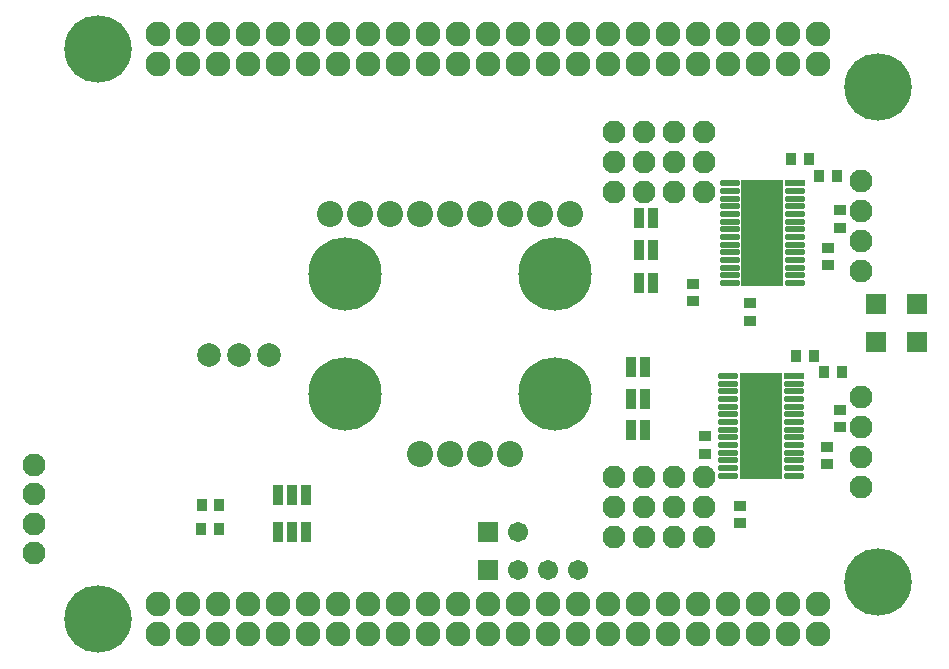
<source format=gbs>
G04 Layer_Color=16711935*
%FSLAX25Y25*%
%MOIN*%
G70*
G01*
G75*
%ADD52R,0.13976X0.35689*%
%ADD56R,0.06800X0.06800*%
%ADD58R,0.04343X0.03556*%
%ADD63R,0.03556X0.04343*%
%ADD68C,0.07690*%
%ADD69C,0.06706*%
%ADD70R,0.06706X0.06706*%
%ADD71C,0.07887*%
%ADD72C,0.08280*%
%ADD73C,0.22453*%
%ADD74R,0.13792X0.34265*%
%ADD75C,0.08674*%
%ADD76C,0.24422*%
%ADD77C,0.03556*%
%ADD78R,0.03753X0.06706*%
%ADD79O,0.06706X0.02178*%
%ADD80R,0.06706X0.02178*%
D52*
X378650Y177069D02*
D03*
X379075Y241289D02*
D03*
D56*
X417000Y205000D02*
D03*
X430500D02*
D03*
X417000Y217500D02*
D03*
X430500D02*
D03*
D58*
X371500Y144547D02*
D03*
Y150453D02*
D03*
X375000Y212047D02*
D03*
Y217953D02*
D03*
X405000Y176547D02*
D03*
Y182453D02*
D03*
X400500Y164166D02*
D03*
Y170071D02*
D03*
X360000Y167595D02*
D03*
Y173500D02*
D03*
X405000Y243047D02*
D03*
Y248953D02*
D03*
X401000Y230547D02*
D03*
Y236453D02*
D03*
X355898Y218547D02*
D03*
Y224453D02*
D03*
D63*
X396291Y200453D02*
D03*
X390386D02*
D03*
X405621Y195000D02*
D03*
X399715D02*
D03*
X394500Y266000D02*
D03*
X388595D02*
D03*
X403953Y260354D02*
D03*
X398047D02*
D03*
X192095Y150500D02*
D03*
X198000D02*
D03*
X192047Y142500D02*
D03*
X197953D02*
D03*
D68*
X136299Y134500D02*
D03*
Y144343D02*
D03*
Y154185D02*
D03*
Y164028D02*
D03*
X412000Y156547D02*
D03*
Y166547D02*
D03*
Y186547D02*
D03*
Y176547D02*
D03*
Y228500D02*
D03*
Y238500D02*
D03*
Y258500D02*
D03*
Y248500D02*
D03*
X339500Y255000D02*
D03*
Y275000D02*
D03*
X329500Y255000D02*
D03*
Y265000D02*
D03*
Y275000D02*
D03*
X339500Y265000D02*
D03*
X349500Y255000D02*
D03*
Y265000D02*
D03*
Y275000D02*
D03*
X359500Y255000D02*
D03*
Y265000D02*
D03*
Y275000D02*
D03*
X349500Y160000D02*
D03*
Y140000D02*
D03*
X359500Y160000D02*
D03*
Y150000D02*
D03*
Y140000D02*
D03*
X349500Y150000D02*
D03*
X339500Y160000D02*
D03*
Y150000D02*
D03*
Y140000D02*
D03*
X329500Y160000D02*
D03*
Y150000D02*
D03*
Y140000D02*
D03*
D69*
X297500Y141500D02*
D03*
Y129000D02*
D03*
X307500D02*
D03*
X317500D02*
D03*
D70*
X287500Y141500D02*
D03*
Y129000D02*
D03*
D71*
X194500Y200500D02*
D03*
X204500D02*
D03*
X214500D02*
D03*
D72*
X367500Y107500D02*
D03*
Y117500D02*
D03*
X377500D02*
D03*
Y107500D02*
D03*
X397500D02*
D03*
Y117500D02*
D03*
X387500D02*
D03*
Y107500D02*
D03*
X347500D02*
D03*
Y117500D02*
D03*
X357500D02*
D03*
Y107500D02*
D03*
X337500D02*
D03*
Y117500D02*
D03*
X257500Y107500D02*
D03*
Y117500D02*
D03*
X267500D02*
D03*
Y107500D02*
D03*
X287500D02*
D03*
Y117500D02*
D03*
X277500D02*
D03*
Y107500D02*
D03*
X317500D02*
D03*
Y117500D02*
D03*
X327500D02*
D03*
Y107500D02*
D03*
X307500D02*
D03*
Y117500D02*
D03*
X297500D02*
D03*
Y107500D02*
D03*
X217500D02*
D03*
Y117500D02*
D03*
X227500D02*
D03*
Y107500D02*
D03*
X247500D02*
D03*
Y117500D02*
D03*
X237500D02*
D03*
Y107500D02*
D03*
X197500D02*
D03*
Y117500D02*
D03*
X207500D02*
D03*
Y107500D02*
D03*
X187500D02*
D03*
Y117500D02*
D03*
X177500D02*
D03*
Y107500D02*
D03*
Y297500D02*
D03*
Y307500D02*
D03*
X187500D02*
D03*
Y297500D02*
D03*
X207500D02*
D03*
Y307500D02*
D03*
X197500D02*
D03*
Y297500D02*
D03*
X237500D02*
D03*
Y307500D02*
D03*
X247500D02*
D03*
Y297500D02*
D03*
X227500D02*
D03*
Y307500D02*
D03*
X217500D02*
D03*
Y297500D02*
D03*
X297500D02*
D03*
Y307500D02*
D03*
X307500D02*
D03*
Y297500D02*
D03*
X327500D02*
D03*
Y307500D02*
D03*
X317500D02*
D03*
Y297500D02*
D03*
X277500D02*
D03*
Y307500D02*
D03*
X287500D02*
D03*
Y297500D02*
D03*
X267500D02*
D03*
Y307500D02*
D03*
X257500D02*
D03*
Y297500D02*
D03*
X337500Y307500D02*
D03*
Y297500D02*
D03*
X357500D02*
D03*
Y307500D02*
D03*
X347500D02*
D03*
Y297500D02*
D03*
X387500D02*
D03*
Y307500D02*
D03*
X397500D02*
D03*
Y297500D02*
D03*
X377500D02*
D03*
Y307500D02*
D03*
X367500D02*
D03*
Y297500D02*
D03*
D73*
X157500Y112500D02*
D03*
Y302500D02*
D03*
X417500Y290000D02*
D03*
Y125000D02*
D03*
D74*
X378650Y177000D02*
D03*
X379075Y241220D02*
D03*
D75*
X235000Y247500D02*
D03*
X245000D02*
D03*
X255000D02*
D03*
X265000D02*
D03*
X275000D02*
D03*
X285000D02*
D03*
X295000D02*
D03*
X305000D02*
D03*
X315000D02*
D03*
X295000Y167500D02*
D03*
X285000D02*
D03*
X275000D02*
D03*
X265000D02*
D03*
D76*
X240000Y187500D02*
D03*
Y227500D02*
D03*
X310000D02*
D03*
Y187500D02*
D03*
D77*
X383775Y192334D02*
D03*
X378675D02*
D03*
X373575D02*
D03*
X383775Y187234D02*
D03*
X378675D02*
D03*
X373575D02*
D03*
X383775Y182134D02*
D03*
X378675D02*
D03*
X373575D02*
D03*
X383775Y177034D02*
D03*
X378675D02*
D03*
X373575D02*
D03*
X378675Y171934D02*
D03*
X373575D02*
D03*
X383775Y166834D02*
D03*
X378675D02*
D03*
X373575D02*
D03*
X383775Y161634D02*
D03*
X378675D02*
D03*
X373575D02*
D03*
X383776Y171933D02*
D03*
X384200Y256554D02*
D03*
X379100D02*
D03*
X374000D02*
D03*
X384200Y251454D02*
D03*
X379100D02*
D03*
X374000D02*
D03*
X384200Y246354D02*
D03*
X379100D02*
D03*
X374000D02*
D03*
X384200Y241254D02*
D03*
X379100D02*
D03*
X374000D02*
D03*
X379100Y236154D02*
D03*
X374000D02*
D03*
X384200Y231054D02*
D03*
X379100D02*
D03*
X374000D02*
D03*
X384200Y225854D02*
D03*
X379100D02*
D03*
X374000D02*
D03*
X384201Y236154D02*
D03*
D78*
X340000Y196500D02*
D03*
X335276D02*
D03*
X340000Y186000D02*
D03*
X335276D02*
D03*
X340000Y175500D02*
D03*
X335276D02*
D03*
X342500Y246354D02*
D03*
X337776D02*
D03*
X342500Y235500D02*
D03*
X337776D02*
D03*
X342500Y224500D02*
D03*
X337776D02*
D03*
X227000Y141570D02*
D03*
X222276D02*
D03*
X217551D02*
D03*
Y153937D02*
D03*
X222276D02*
D03*
X227000D02*
D03*
D79*
X367724Y160366D02*
D03*
Y162925D02*
D03*
Y165484D02*
D03*
Y168043D02*
D03*
Y170602D02*
D03*
Y173161D02*
D03*
Y175720D02*
D03*
Y178279D02*
D03*
Y180839D02*
D03*
Y183398D02*
D03*
Y185957D02*
D03*
Y188516D02*
D03*
Y191075D02*
D03*
Y193634D02*
D03*
X389575Y160366D02*
D03*
Y162925D02*
D03*
Y165484D02*
D03*
Y168043D02*
D03*
Y170602D02*
D03*
Y173161D02*
D03*
Y175720D02*
D03*
Y178279D02*
D03*
Y180839D02*
D03*
Y183398D02*
D03*
Y185957D02*
D03*
Y188516D02*
D03*
Y191075D02*
D03*
X368150Y224587D02*
D03*
Y227146D02*
D03*
Y229705D02*
D03*
Y232264D02*
D03*
Y234823D02*
D03*
Y237382D02*
D03*
Y239941D02*
D03*
Y242500D02*
D03*
Y245059D02*
D03*
Y247618D02*
D03*
Y250177D02*
D03*
Y252736D02*
D03*
Y255295D02*
D03*
Y257854D02*
D03*
X390000Y224587D02*
D03*
Y227146D02*
D03*
Y229705D02*
D03*
Y232264D02*
D03*
Y234823D02*
D03*
Y237382D02*
D03*
Y239941D02*
D03*
Y242500D02*
D03*
Y245059D02*
D03*
Y247618D02*
D03*
Y250177D02*
D03*
Y252736D02*
D03*
Y255295D02*
D03*
D80*
X389575Y193634D02*
D03*
X390000Y257854D02*
D03*
M02*

</source>
